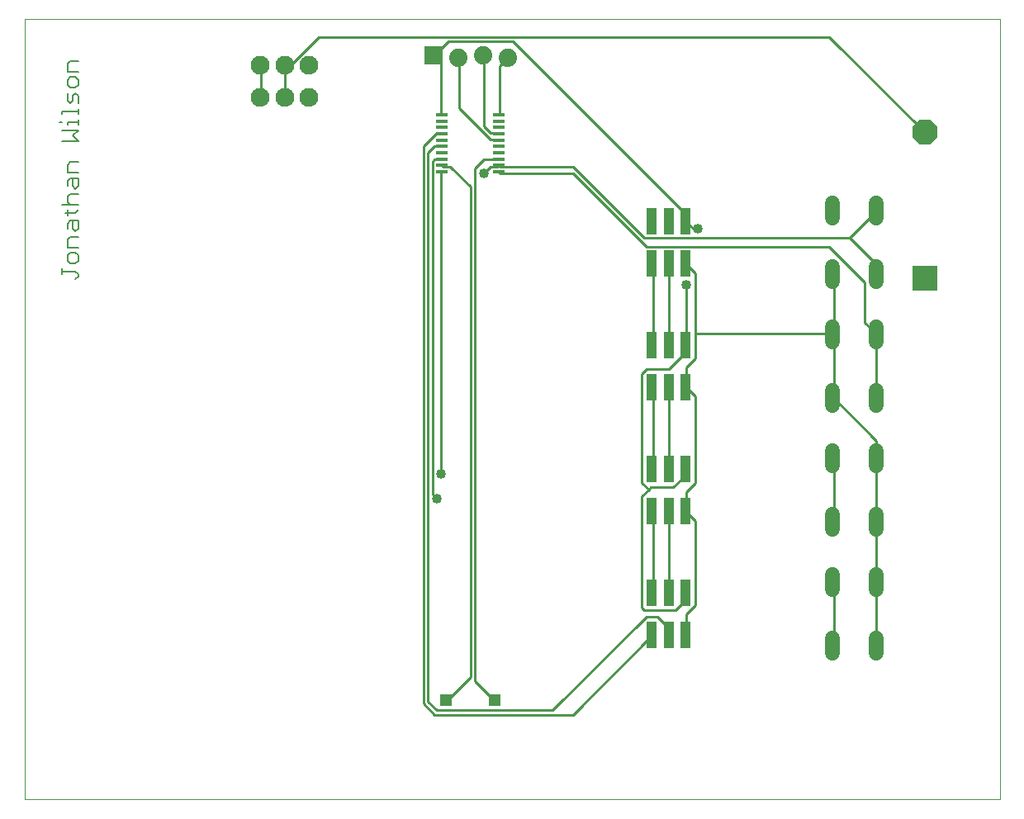
<source format=gtl>
G75*
%MOIN*%
%OFA0B0*%
%FSLAX25Y25*%
%IPPOS*%
%LPD*%
%AMOC8*
5,1,8,0,0,1.08239X$1,22.5*
%
%ADD10C,0.00000*%
%ADD11C,0.00600*%
%ADD12OC8,0.10000*%
%ADD13R,0.10000X0.10000*%
%ADD14R,0.07400X0.07400*%
%ADD15C,0.07400*%
%ADD16R,0.04331X0.10551*%
%ADD17C,0.06000*%
%ADD18R,0.04724X0.01181*%
%ADD19C,0.07600*%
%ADD20R,0.05150X0.05150*%
%ADD21C,0.01000*%
%ADD22C,0.04000*%
D10*
X0001000Y0001000D02*
X0001000Y0315961D01*
X0394701Y0315961D01*
X0394701Y0001000D01*
X0001000Y0001000D01*
D11*
X0021632Y0211063D02*
X0022700Y0212130D01*
X0022700Y0213198D01*
X0021632Y0214266D01*
X0016295Y0214266D01*
X0016295Y0215333D02*
X0016295Y0213198D01*
X0019497Y0217508D02*
X0021632Y0217508D01*
X0022700Y0218576D01*
X0022700Y0220711D01*
X0021632Y0221779D01*
X0019497Y0221779D01*
X0018430Y0220711D01*
X0018430Y0218576D01*
X0019497Y0217508D01*
X0018430Y0223954D02*
X0018430Y0227157D01*
X0019497Y0228224D01*
X0022700Y0228224D01*
X0021632Y0230399D02*
X0020565Y0231467D01*
X0020565Y0234670D01*
X0019497Y0234670D02*
X0022700Y0234670D01*
X0022700Y0231467D01*
X0021632Y0230399D01*
X0018430Y0231467D02*
X0018430Y0233602D01*
X0019497Y0234670D01*
X0018430Y0236845D02*
X0018430Y0238980D01*
X0017362Y0237912D02*
X0021632Y0237912D01*
X0022700Y0238980D01*
X0022700Y0241142D02*
X0016295Y0241142D01*
X0018430Y0242209D02*
X0018430Y0244345D01*
X0019497Y0245412D01*
X0022700Y0245412D01*
X0021632Y0247587D02*
X0020565Y0248655D01*
X0020565Y0251858D01*
X0019497Y0251858D02*
X0022700Y0251858D01*
X0022700Y0248655D01*
X0021632Y0247587D01*
X0018430Y0248655D02*
X0018430Y0250790D01*
X0019497Y0251858D01*
X0018430Y0254033D02*
X0018430Y0257236D01*
X0019497Y0258303D01*
X0022700Y0258303D01*
X0022700Y0254033D02*
X0018430Y0254033D01*
X0018430Y0242209D02*
X0019497Y0241142D01*
X0018430Y0223954D02*
X0022700Y0223954D01*
X0022700Y0266924D02*
X0016295Y0266924D01*
X0016295Y0271194D02*
X0022700Y0271194D01*
X0020565Y0269059D01*
X0022700Y0266924D01*
X0022700Y0273369D02*
X0022700Y0275505D01*
X0022700Y0274437D02*
X0018430Y0274437D01*
X0018430Y0273369D01*
X0016295Y0274437D02*
X0015227Y0274437D01*
X0016295Y0277666D02*
X0016295Y0278734D01*
X0022700Y0278734D01*
X0022700Y0277666D02*
X0022700Y0279802D01*
X0022700Y0281963D02*
X0022700Y0285166D01*
X0021632Y0286234D01*
X0020565Y0285166D01*
X0020565Y0283031D01*
X0019497Y0281963D01*
X0018430Y0283031D01*
X0018430Y0286234D01*
X0019497Y0288409D02*
X0021632Y0288409D01*
X0022700Y0289476D01*
X0022700Y0291612D01*
X0021632Y0292679D01*
X0019497Y0292679D01*
X0018430Y0291612D01*
X0018430Y0289476D01*
X0019497Y0288409D01*
X0018430Y0294854D02*
X0018430Y0298057D01*
X0019497Y0299125D01*
X0022700Y0299125D01*
X0022700Y0294854D02*
X0018430Y0294854D01*
D12*
X0364425Y0270528D03*
D13*
X0364425Y0211472D03*
D14*
X0166000Y0301500D03*
D15*
X0176000Y0300500D03*
X0186000Y0301500D03*
X0196000Y0300500D03*
D16*
X0254307Y0234465D03*
X0261000Y0234465D03*
X0267693Y0234465D03*
X0267693Y0217535D03*
X0261000Y0217535D03*
X0254307Y0217535D03*
X0254307Y0184465D03*
X0261000Y0184465D03*
X0267693Y0184465D03*
X0267693Y0167535D03*
X0261000Y0167535D03*
X0254307Y0167535D03*
X0254307Y0134465D03*
X0261000Y0134465D03*
X0267693Y0134465D03*
X0267693Y0117535D03*
X0261000Y0117535D03*
X0254307Y0117535D03*
X0254307Y0084465D03*
X0261000Y0084465D03*
X0267693Y0084465D03*
X0267693Y0067535D03*
X0261000Y0067535D03*
X0254307Y0067535D03*
D17*
X0327100Y0066200D02*
X0327100Y0060200D01*
X0344900Y0060200D02*
X0344900Y0066200D01*
X0344900Y0085800D02*
X0344900Y0091800D01*
X0327100Y0091800D02*
X0327100Y0085800D01*
X0327100Y0110200D02*
X0327100Y0116200D01*
X0344900Y0116200D02*
X0344900Y0110200D01*
X0344900Y0135800D02*
X0344900Y0141800D01*
X0327100Y0141800D02*
X0327100Y0135800D01*
X0327100Y0160200D02*
X0327100Y0166200D01*
X0344900Y0166200D02*
X0344900Y0160200D01*
X0344900Y0185800D02*
X0344900Y0191800D01*
X0327100Y0191800D02*
X0327100Y0185800D01*
X0327100Y0210200D02*
X0327100Y0216200D01*
X0344900Y0216200D02*
X0344900Y0210200D01*
X0344900Y0235800D02*
X0344900Y0241800D01*
X0327100Y0241800D02*
X0327100Y0235800D01*
D18*
X0192417Y0254485D03*
X0192417Y0257043D03*
X0192417Y0259602D03*
X0192417Y0262161D03*
X0192417Y0264720D03*
X0192417Y0267280D03*
X0192417Y0269839D03*
X0192417Y0272398D03*
X0192417Y0274956D03*
X0192417Y0277515D03*
X0169582Y0277515D03*
X0169582Y0274956D03*
X0169582Y0272398D03*
X0169582Y0269839D03*
X0169582Y0267280D03*
X0169582Y0264720D03*
X0169582Y0262161D03*
X0169582Y0259602D03*
X0169582Y0257043D03*
X0169582Y0254485D03*
D19*
X0115843Y0284504D03*
X0106000Y0284504D03*
X0096157Y0284504D03*
X0096157Y0297496D03*
X0106000Y0297496D03*
X0115843Y0297496D03*
D20*
X0171157Y0041000D03*
X0190843Y0041000D03*
D21*
X0190000Y0041500D01*
X0182800Y0048700D01*
X0182800Y0255700D01*
X0186400Y0259300D01*
X0191800Y0259300D01*
X0192417Y0259602D01*
X0192417Y0257043D02*
X0191800Y0256600D01*
X0189100Y0256600D01*
X0186400Y0253900D01*
X0192417Y0254485D02*
X0192700Y0253900D01*
X0222400Y0253900D01*
X0252100Y0224200D01*
X0325900Y0224200D01*
X0340300Y0209800D01*
X0340300Y0193600D01*
X0344800Y0189100D01*
X0344900Y0188800D01*
X0344800Y0188200D01*
X0344800Y0163900D01*
X0344900Y0163200D01*
X0327700Y0163000D02*
X0344800Y0145900D01*
X0344800Y0139600D01*
X0344900Y0138800D01*
X0344800Y0138700D01*
X0344800Y0113500D01*
X0344900Y0113200D01*
X0344800Y0112600D01*
X0344800Y0089200D01*
X0344900Y0088800D01*
X0344800Y0088300D01*
X0344800Y0064000D01*
X0344900Y0063200D01*
X0327700Y0064000D02*
X0327100Y0063200D01*
X0327700Y0064000D02*
X0327700Y0088300D01*
X0327100Y0088800D01*
X0327100Y0113200D02*
X0327700Y0113500D01*
X0327700Y0138700D01*
X0327100Y0138800D01*
X0327700Y0163000D02*
X0327100Y0163200D01*
X0327700Y0163900D01*
X0327700Y0188200D01*
X0327100Y0188800D01*
X0326800Y0189100D01*
X0271900Y0189100D01*
X0271900Y0179200D01*
X0268300Y0175600D01*
X0268300Y0168400D01*
X0267693Y0167535D01*
X0268300Y0167500D01*
X0271900Y0163900D01*
X0271900Y0128800D01*
X0268300Y0125200D01*
X0268300Y0118000D01*
X0267693Y0117535D01*
X0268300Y0117100D01*
X0271900Y0113500D01*
X0271900Y0079300D01*
X0268300Y0075700D01*
X0268300Y0067600D01*
X0267693Y0067535D01*
X0261000Y0067535D02*
X0260200Y0067600D01*
X0260200Y0071200D01*
X0256600Y0074800D01*
X0252100Y0074800D01*
X0214300Y0037000D01*
X0167500Y0037000D01*
X0163900Y0040600D01*
X0163900Y0262000D01*
X0166600Y0264700D01*
X0169300Y0264700D01*
X0169582Y0264720D01*
X0169582Y0259602D02*
X0169300Y0259300D01*
X0166600Y0259300D01*
X0165700Y0258400D01*
X0165700Y0124300D01*
X0167500Y0122500D01*
X0169300Y0132400D02*
X0169300Y0253900D01*
X0169582Y0254485D01*
X0170200Y0256600D02*
X0169582Y0257043D01*
X0170200Y0256600D02*
X0172900Y0256600D01*
X0181000Y0248500D01*
X0181000Y0050500D01*
X0172000Y0041500D01*
X0171157Y0041000D01*
X0166600Y0035200D02*
X0222400Y0035200D01*
X0253900Y0066700D01*
X0254307Y0067535D01*
X0251200Y0077500D02*
X0250300Y0078400D01*
X0250300Y0123400D01*
X0253000Y0126100D01*
X0250300Y0128800D01*
X0250300Y0172900D01*
X0252100Y0174700D01*
X0261100Y0174700D01*
X0267400Y0181000D01*
X0267400Y0183700D01*
X0267693Y0184465D01*
X0268300Y0184600D01*
X0268300Y0208900D01*
X0271900Y0213400D02*
X0268300Y0217000D01*
X0267693Y0217535D01*
X0271900Y0213400D02*
X0271900Y0189100D01*
X0261100Y0184600D02*
X0261000Y0184465D01*
X0261100Y0184600D02*
X0261100Y0217000D01*
X0261000Y0217535D01*
X0254800Y0217000D02*
X0254307Y0217535D01*
X0254800Y0217000D02*
X0254800Y0184600D01*
X0254307Y0184465D01*
X0254307Y0167535D02*
X0254800Y0167500D01*
X0254800Y0135100D01*
X0254307Y0134465D01*
X0261000Y0134465D02*
X0261100Y0135100D01*
X0261100Y0167500D01*
X0261000Y0167535D01*
X0267693Y0134465D02*
X0267400Y0134200D01*
X0267400Y0131500D01*
X0262900Y0127000D01*
X0253900Y0127000D01*
X0253000Y0126100D01*
X0254307Y0117535D02*
X0254800Y0117100D01*
X0254800Y0084700D01*
X0254307Y0084465D01*
X0261000Y0084465D02*
X0261100Y0084700D01*
X0261100Y0117100D01*
X0261000Y0117535D01*
X0267693Y0084465D02*
X0267400Y0083800D01*
X0267400Y0081100D01*
X0263800Y0077500D01*
X0251200Y0077500D01*
X0166600Y0035200D02*
X0162100Y0039700D01*
X0162100Y0264700D01*
X0167500Y0270100D01*
X0169300Y0270100D01*
X0169582Y0269839D01*
X0169300Y0277300D02*
X0169582Y0277515D01*
X0169300Y0277300D02*
X0169300Y0298000D01*
X0166600Y0300700D01*
X0166000Y0301500D01*
X0166600Y0301600D01*
X0172000Y0307000D01*
X0198100Y0307000D01*
X0267400Y0237700D01*
X0267400Y0235000D01*
X0267693Y0234465D01*
X0268300Y0234100D01*
X0271000Y0231400D01*
X0272800Y0231400D01*
X0251200Y0227800D02*
X0334000Y0227800D01*
X0344800Y0217000D01*
X0344800Y0213400D01*
X0344900Y0213200D01*
X0334000Y0227800D02*
X0344800Y0238600D01*
X0344900Y0238800D01*
X0327100Y0213200D02*
X0327700Y0212500D01*
X0327700Y0189100D01*
X0327100Y0188800D01*
X0251200Y0227800D02*
X0222400Y0256600D01*
X0192700Y0256600D01*
X0192417Y0257043D01*
X0192417Y0267280D02*
X0191800Y0267400D01*
X0189100Y0267400D01*
X0176500Y0280000D01*
X0176500Y0299800D01*
X0176000Y0300500D01*
X0186000Y0301500D02*
X0186400Y0300700D01*
X0186400Y0272800D01*
X0189100Y0270100D01*
X0191800Y0270100D01*
X0192417Y0269839D01*
X0192700Y0277300D02*
X0192417Y0277515D01*
X0192700Y0277300D02*
X0192700Y0297100D01*
X0195400Y0299800D01*
X0196000Y0300500D01*
X0119800Y0308800D02*
X0325900Y0308800D01*
X0363700Y0271000D01*
X0364425Y0270528D01*
X0119800Y0308800D02*
X0109000Y0298000D01*
X0106300Y0298000D01*
X0106000Y0297496D01*
X0106300Y0297100D01*
X0106300Y0285400D01*
X0106000Y0284504D01*
X0096400Y0285400D02*
X0096157Y0284504D01*
X0096400Y0285400D02*
X0096400Y0297100D01*
X0096157Y0297496D01*
D22*
X0186400Y0253900D03*
X0268300Y0208900D03*
X0272800Y0231400D03*
X0169300Y0132400D03*
X0167500Y0122500D03*
M02*

</source>
